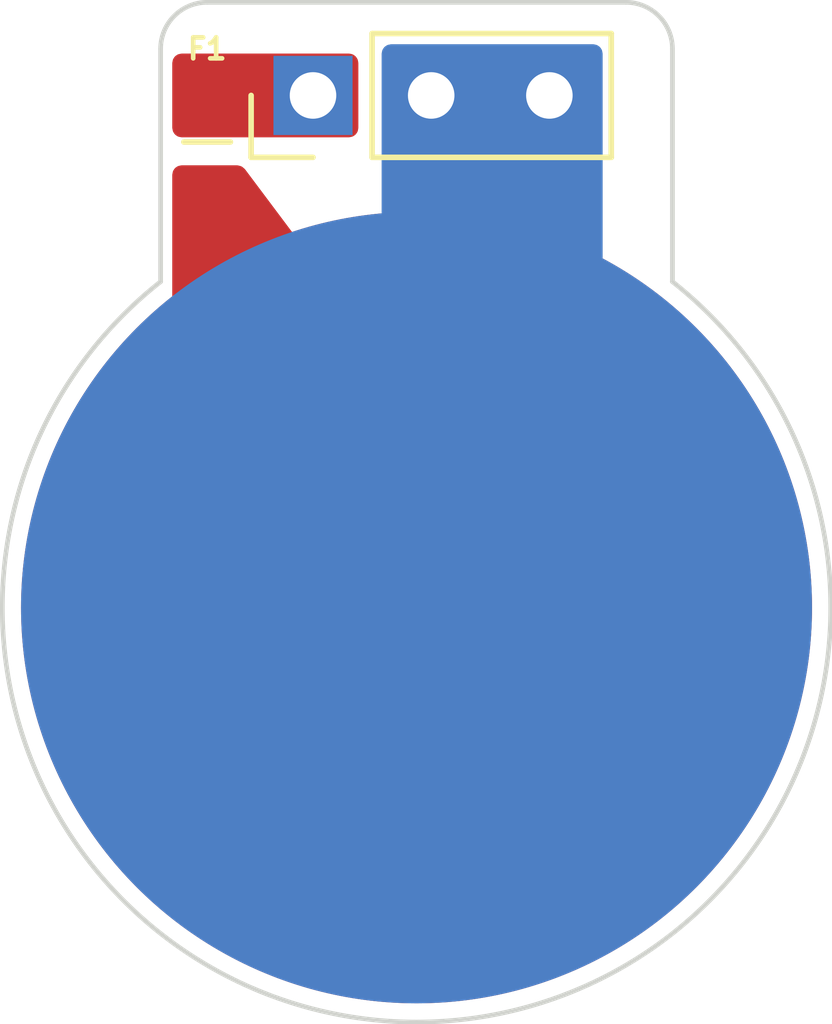
<source format=kicad_pcb>
(kicad_pcb (version 20211014) (generator pcbnew)
  (layers (0 "F.Cu" signal) (31 "B.Cu" signal) (34 "B.Paste" user) (35 "F.Paste" user) (36 "B.SilkS" user "B.Silkscreen") (37 "F.SilkS" user "F.Silkscreen") (38 "B.Mask" user) (39 "F.Mask" user) (44 "Edge.Cuts" user))
  (net 0 "")
  (net 1 "Net-(F1-Pad1)")
  (net 2 "Net-(F1-Pad2)")
  (net 3 "Net-(J2-Pad1)")
  (footprint "otter:18650-pad" (layer "F.Cu") (at 100 100)
    (fp_text reference "J1" hide)
    (fp_text value "PAD")
    (pad "1" smd circle (at 0 0) (size 17 17) (layers "F.Cu" "F.Mask") (net 1 "Net-(F1-Pad1)"))
  )
  (footprint "Connector_PinHeader_2.54mm:PinHeader_1x03_P2.54mm_Vertical" (layer "F.Cu") (at 97.775 89 90)
    (fp_text reference "J3" hide)
    (fp_text value "CON")
    (fp_line (start -1.33 1.27) (end -1.33 6.41) (layer "F.SilkS") (width 0.12))
    (fp_line (start -1.33 -1.33) (end 0 -1.33) (layer "F.SilkS") (width 0.12))
    (fp_line (start -1.33 0) (end -1.33 -1.33) (layer "F.SilkS") (width 0.12))
    (fp_line (start -1.33 1.27) (end 1.33 1.27) (layer "F.SilkS") (width 0.12))
    (fp_line (start 1.33 1.27) (end 1.33 6.41) (layer "F.SilkS") (width 0.12))
    (fp_line (start -1.33 6.41) (end 1.33 6.41) (layer "F.SilkS") (width 0.12))
    (pad "1" thru_hole rect (at 0 0 90) (size 1.7 1.7) (drill 1) (layers *.Cu *.Mask) (net 2 "Net-(F1-Pad2)"))
    (pad "2" thru_hole oval (at 0 2.54 90) (size 1.7 1.7) (drill 1) (layers *.Cu *.Mask) (net 3 "Net-(J2-Pad1)"))
    (pad "3" thru_hole oval (at 0 5.08 90) (size 1.7 1.7) (drill 1) (layers *.Cu *.Mask) (net 3 "Net-(J2-Pad1)"))
  )
  (footprint "otter:R_0805" (layer "F.Cu") (at 95.5 90 90)
    (fp_text reference "F1" (at 2 0 180) (layer "F.SilkS") (effects (font (size 0.45 0.45) (thickness 0.1))))
    (fp_text value "Fuse" hide)
    (fp_line (start 0 0.5) (end 0 -0.5) (layer "F.SilkS") (width 0.12))
    (pad "1" smd rect locked (at -0.95 0 90) (size 0.7 1.3) (layers "F.Cu" "F.Paste" "F.Mask") (net 1 "Net-(F1-Pad1)"))
    (pad "2" smd rect locked (at 0.95 0 90) (size 0.7 1.3) (layers "F.Cu" "F.Paste" "F.Mask") (net 2 "Net-(F1-Pad2)"))
  )
  (footprint "otter:18650-pad" (layer "B.Cu") (at 100 100 180)
    (fp_text reference "J2" hide)
    (fp_text value "PAD")
    (pad "1" smd circle (at 0 0 180) (size 17 17) (layers "B.Cu" "B.Mask") (net 3 "Net-(J2-Pad1)"))
  )
  (gr_line (start 94.5 88) (end 94.5 93) (layer "Edge.Cuts") (width 0.1))
  (gr_arc (start 104.5 87) (mid 105.207107 87.292893) (end 105.5 88) (layer "Edge.Cuts") (width 0.1))
  (gr_line (start 105.5 88) (end 105.5 93) (layer "Edge.Cuts") (width 0.1))
  (gr_line (start 95.5 87) (end 104.5 87) (layer "Edge.Cuts") (width 0.1))
  (gr_arc (start 94.5 88) (mid 94.792893 87.292893) (end 95.5 87) (layer "Edge.Cuts") (width 0.1))
  (gr_arc (start 105.5 93) (mid 100 108.902254) (end 94.5 93) (layer "Edge.Cuts") (width 0.1))
  (segment (start 95.5 90.95) (end 95.5 95.5) (width 0.25) (layer "F.Cu") (net 1))
  (segment (start 95.5 95.5) (end 100 100) (width 0.25) (layer "F.Cu") (net 1))
  (segment (start 100 89) (end 100 100) (width 0.25) (layer "B.Cu") (net 3))
  (zone (net 1) (net_name "Net-(F1-Pad1)") (layer "F.Cu") (connect_pads yes (clearance 0.2)) (min_thickness 0.154) (fill yes (thermal_gap 0.508) (thermal_bridge_width 0.508) (smoothing fillet) (radius 0.2))
    (polygon (pts (xy 97.75 92.5) (xy 94.75 94.5) (xy 94.75 90.5) (xy 96.25 90.5)))
  )
  (zone (net 2) (net_name "Net-(F1-Pad2)") (layer "F.Cu") (connect_pads yes (clearance 0.2)) (min_thickness 0.154) (fill yes (thermal_gap 0.508) (thermal_bridge_width 0.508) (smoothing fillet) (radius 0.2))
    (polygon (pts (xy 98.75 89.9) (xy 94.75 89.9) (xy 94.75 88.1) (xy 98.75 88.1)))
  )
  (zone (net 3) (net_name "Net-(J2-Pad1)") (layer "B.Cu") (connect_pads yes (clearance 0.2)) (min_thickness 0.154) (fill yes (thermal_gap 0.508) (thermal_bridge_width 0.508) (smoothing fillet) (radius 0.2))
    (polygon (pts (xy 104 92.7) (xy 99.25 92.5) (xy 99.25 87.9) (xy 104 87.9)))
  )
)
</source>
